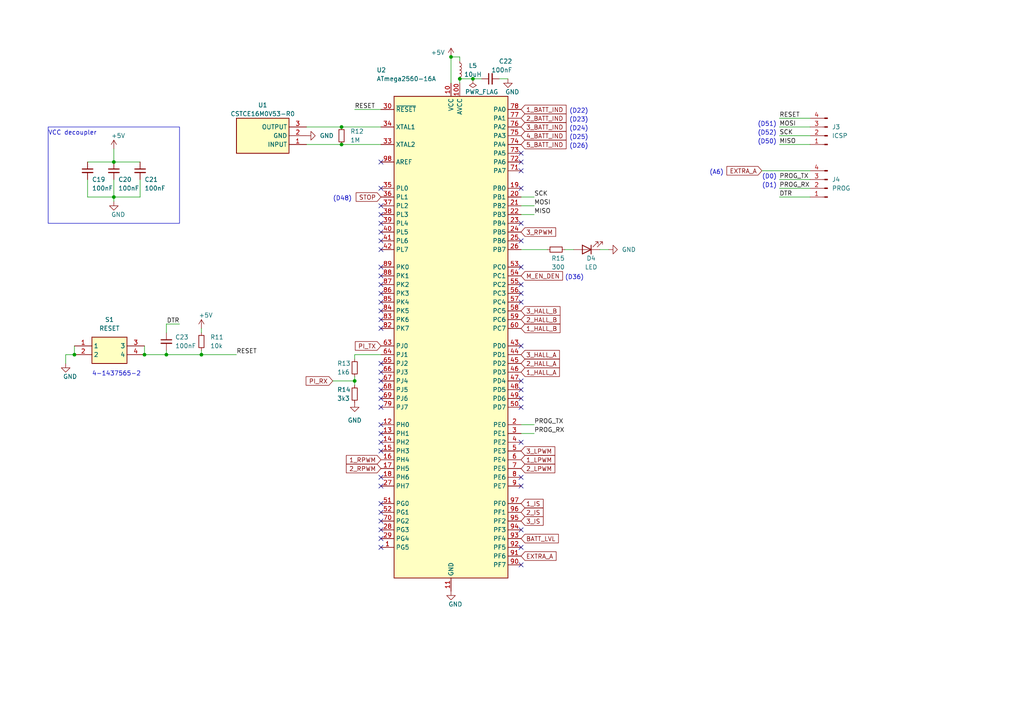
<source format=kicad_sch>
(kicad_sch (version 20230121) (generator eeschema)
  (paper "A4")
  (title_block (title "RBC by UGS") (date "2023-09-06") (rev "2.0"))
  (lib_symbols
    (symbol "Connector:Conn_01x04_Pin" (pin_names (offset 1.016) hide)
      (property "Reference" "J" (at 0 5.08 0))
      (property "Value" "Conn_01x04_Pin" (at 0 -7.62 0))
      (symbol "Conn_01x04_Pin_1_1"
        (polyline (pts (xy 1.27 -5.08) (xy 0.8636 -5.08)) (stroke (width 0.1524)))
        (polyline (pts (xy 1.27 -2.54) (xy 0.8636 -2.54)) (stroke (width 0.1524)))
        (polyline (pts (xy 1.27 0) (xy 0.8636 0)) (stroke (width 0.1524)))
        (polyline (pts (xy 1.27 2.54) (xy 0.8636 2.54)) (stroke (width 0.1524)))
        (rectangle (start 0.8636 -4.953) (end 0 -5.207) (stroke (width 0.1524)) (fill (type outline)))
        (rectangle (start 0.8636 -2.413) (end 0 -2.667) (stroke (width 0.1524)) (fill (type outline)))
        (rectangle (start 0.8636 0.127) (end 0 -0.127) (stroke (width 0.1524)) (fill (type outline)))
        (rectangle (start 0.8636 2.667) (end 0 2.413) (stroke (width 0.1524)) (fill (type outline)))
        (pin passive line (at 5.08 2.54 180) (length 3.81) (name "Pin_1") (number "1"))
        (pin passive line (at 5.08 0 180) (length 3.81) (name "Pin_2") (number "2"))
        (pin passive line (at 5.08 -2.54 180) (length 3.81) (name "Pin_3") (number "3"))
        (pin passive line (at 5.08 -5.08 180) (length 3.81) (name "Pin_4") (number "4"))
      )
    )
    (symbol "Device:C_Small" (pin_numbers hide) (pin_names (offset 0.254) hide)
      (property "Reference" "C" (at 0.254 1.778 0))
      (property "Value" "C_Small" (at 0.254 -2.032 0))
      (symbol "C_Small_0_1"
        (polyline (pts (xy -1.524 -0.508) (xy 1.524 -0.508)) (stroke (width 0.3302)))
        (polyline (pts (xy -1.524 0.508) (xy 1.524 0.508)) (stroke (width 0.3048)))
      )
      (symbol "C_Small_1_1"
        (pin passive line (at 0 2.54 270) (length 2.032) (name "~") (number "1"))
        (pin passive line (at 0 -2.54 90) (length 2.032) (name "~") (number "2"))
      )
    )
    (symbol "Device:LED" (pin_numbers hide) (pin_names (offset 1.016) hide)
      (property "Reference" "D" (at 0 2.54 0))
      (property "Value" "LED" (at 0 -2.54 0))
      (symbol "LED_0_1"
        (polyline (pts (xy -1.27 -1.27) (xy -1.27 1.27)) (stroke (width 0.254)))
        (polyline (pts (xy -1.27 0) (xy 1.27 0)))
        (polyline (pts (xy 1.27 -1.27) (xy 1.27 1.27) (xy -1.27 0) (xy 1.27 -1.27)) (stroke (width 0.254)))
        (polyline (pts (xy -3.048 -0.762) (xy -4.572 -2.286) (xy -3.81 -2.286) (xy -4.572 -2.286) (xy -4.572 -1.524)))
        (polyline (pts (xy -1.778 -0.762) (xy -3.302 -2.286) (xy -2.54 -2.286) (xy -3.302 -2.286) (xy -3.302 -1.524)))
      )
      (symbol "LED_1_1"
        (pin passive line (at -3.81 0 0) (length 2.54) (name "K") (number "1"))
        (pin passive line (at 3.81 0 180) (length 2.54) (name "A") (number "2"))
      )
    )
    (symbol "Device:L_Small" (pin_numbers hide) (pin_names (offset 0.254) hide)
      (property "Reference" "L" (at 0.762 1.016 0))
      (property "Value" "L_Small" (at 0.762 -1.016 0))
      (symbol "L_Small_0_1"
        (arc (start 0 -2.032) (mid 0.5058 -1.524) (end 0 -1.016))
        (arc (start 0 -1.016) (mid 0.5058 -0.508) (end 0 0))
        (arc (start 0 0) (mid 0.5058 0.508) (end 0 1.016))
        (arc (start 0 1.016) (mid 0.5058 1.524) (end 0 2.032))
      )
      (symbol "L_Small_1_1"
        (pin passive line (at 0 2.54 270) (length 0.508) (name "~") (number "1"))
        (pin passive line (at 0 -2.54 90) (length 0.508) (name "~") (number "2"))
      )
    )
    (symbol "Device:R_Small" (pin_numbers hide) (pin_names (offset 0.254) hide)
      (property "Reference" "R" (at 0.762 0.508 0))
      (property "Value" "R_Small" (at 0.762 -1.016 0))
      (symbol "R_Small_0_1"
        (rectangle (start -0.762 1.778) (end 0.762 -1.778) (stroke (width 0.2032)))
      )
      (symbol "R_Small_1_1"
        (pin passive line (at 0 2.54 270) (length 0.762) (name "~") (number "1"))
        (pin passive line (at 0 -2.54 90) (length 0.762) (name "~") (number "2"))
      )
    )
    (symbol "MCU_Microchip_ATmega:ATmega2560-16A"
      (property "Reference" "U" (at 0 1.27 0))
      (property "Value" "ATmega2560-16A" (at 0 -1.27 0))
      (symbol "ATmega2560-16A_0_1"
        (rectangle (start -16.51 -69.85) (end 16.51 69.85) (stroke (width 0.254)) (fill (type background)))
      )
      (symbol "ATmega2560-16A_1_1"
        (pin bidirectional line (at -20.32 -60.96 0) (length 3.81) (name "PG5") (number "1"))
        (pin power_in line (at 0 73.66 270) (length 3.81) (name "VCC") (number "10"))
        (pin power_in line (at 2.54 73.66 270) (length 3.81) (name "AVCC") (number "100"))
        (pin power_in line (at 0 -73.66 90) (length 3.81) (name "GND") (number "11"))
        (pin bidirectional line (at -20.32 -25.4 0) (length 3.81) (name "PH0") (number "12"))
        (pin bidirectional line (at -20.32 -27.94 0) (length 3.81) (name "PH1") (number "13"))
        (pin bidirectional line (at -20.32 -30.48 0) (length 3.81) (name "PH2") (number "14"))
        (pin bidirectional line (at -20.32 -33.02 0) (length 3.81) (name "PH3") (number "15"))
        (pin bidirectional line (at -20.32 -35.56 0) (length 3.81) (name "PH4") (number "16"))
        (pin bidirectional line (at -20.32 -38.1 0) (length 3.81) (name "PH5") (number "17"))
        (pin bidirectional line (at -20.32 -40.64 0) (length 3.81) (name "PH6") (number "18"))
        (pin bidirectional line (at 20.32 43.18 180) (length 3.81) (name "PB0") (number "19"))
        (pin bidirectional line (at 20.32 -25.4 180) (length 3.81) (name "PE0") (number "2"))
        (pin bidirectional line (at 20.32 40.64 180) (length 3.81) (name "PB1") (number "20"))
        (pin bidirectional line (at 20.32 38.1 180) (length 3.81) (name "PB2") (number "21"))
        (pin bidirectional line (at 20.32 35.56 180) (length 3.81) (name "PB3") (number "22"))
        (pin bidirectional line (at 20.32 33.02 180) (length 3.81) (name "PB4") (number "23"))
        (pin bidirectional line (at 20.32 30.48 180) (length 3.81) (name "PB5") (number "24"))
        (pin bidirectional line (at 20.32 27.94 180) (length 3.81) (name "PB6") (number "25"))
        (pin bidirectional line (at 20.32 25.4 180) (length 3.81) (name "PB7") (number "26"))
        (pin bidirectional line (at -20.32 -43.18 0) (length 3.81) (name "PH7") (number "27"))
        (pin bidirectional line (at -20.32 -55.88 0) (length 3.81) (name "PG3") (number "28"))
        (pin bidirectional line (at -20.32 -58.42 0) (length 3.81) (name "PG4") (number "29"))
        (pin bidirectional line (at 20.32 -27.94 180) (length 3.81) (name "PE1") (number "3"))
        (pin input line (at -20.32 66.04 0) (length 3.81) (name "~{RESET}") (number "30"))
        (pin passive line (at 0 73.66 270) (length 3.81) hide (name "VCC") (number "31"))
        (pin passive line (at 0 -73.66 90) (length 3.81) hide (name "GND") (number "32"))
        (pin output line (at -20.32 55.88 0) (length 3.81) (name "XTAL2") (number "33"))
        (pin input line (at -20.32 60.96 0) (length 3.81) (name "XTAL1") (number "34"))
        (pin bidirectional line (at -20.32 43.18 0) (length 3.81) (name "PL0") (number "35"))
        (pin bidirectional line (at -20.32 40.64 0) (length 3.81) (name "PL1") (number "36"))
        (pin bidirectional line (at -20.32 38.1 0) (length 3.81) (name "PL2") (number "37"))
        (pin bidirectional line (at -20.32 35.56 0) (length 3.81) (name "PL3") (number "38"))
        (pin bidirectional line (at -20.32 33.02 0) (length 3.81) (name "PL4") (number "39"))
        (pin bidirectional line (at 20.32 -30.48 180) (length 3.81) (name "PE2") (number "4"))
        (pin bidirectional line (at -20.32 30.48 0) (length 3.81) (name "PL5") (number "40"))
        (pin bidirectional line (at -20.32 27.94 0) (length 3.81) (name "PL6") (number "41"))
        (pin bidirectional line (at -20.32 25.4 0) (length 3.81) (name "PL7") (number "42"))
        (pin bidirectional line (at 20.32 -2.54 180) (length 3.81) (name "PD0") (number "43"))
        (pin bidirectional line (at 20.32 -5.08 180) (length 3.81) (name "PD1") (number "44"))
        (pin bidirectional line (at 20.32 -7.62 180) (length 3.81) (name "PD2") (number "45"))
        (pin bidirectional line (at 20.32 -10.16 180) (length 3.81) (name "PD3") (number "46"))
        (pin bidirectional line (at 20.32 -12.7 180) (length 3.81) (name "PD4") (number "47"))
        (pin bidirectional line (at 20.32 -15.24 180) (length 3.81) (name "PD5") (number "48"))
        (pin bidirectional line (at 20.32 -17.78 180) (length 3.81) (name "PD6") (number "49"))
        (pin bidirectional line (at 20.32 -33.02 180) (length 3.81) (name "PE3") (number "5"))
        (pin bidirectional line (at 20.32 -20.32 180) (length 3.81) (name "PD7") (number "50"))
        (pin bidirectional line (at -20.32 -48.26 0) (length 3.81) (name "PG0") (number "51"))
        (pin bidirectional line (at -20.32 -50.8 0) (length 3.81) (name "PG1") (number "52"))
        (pin bidirectional line (at 20.32 20.32 180) (length 3.81) (name "PC0") (number "53"))
        (pin bidirectional line (at 20.32 17.78 180) (length 3.81) (name "PC1") (number "54"))
        (pin bidirectional line (at 20.32 15.24 180) (length 3.81) (name "PC2") (number "55"))
        (pin bidirectional line (at 20.32 12.7 180) (length 3.81) (name "PC3") (number "56"))
        (pin bidirectional line (at 20.32 10.16 180) (length 3.81) (name "PC4") (number "57"))
        (pin bidirectional line (at 20.32 7.62 180) (length 3.81) (name "PC5") (number "58"))
        (pin bidirectional line (at 20.32 5.08 180) (length 3.81) (name "PC6") (number "59"))
        (pin bidirectional line (at 20.32 -35.56 180) (length 3.81) (name "PE4") (number "6"))
        (pin bidirectional line (at 20.32 2.54 180) (length 3.81) (name "PC7") (number "60"))
        (pin passive line (at 0 73.66 270) (length 3.81) hide (name "VCC") (number "61"))
        (pin passive line (at 0 -73.66 90) (length 3.81) hide (name "GND") (number "62"))
        (pin bidirectional line (at -20.32 -2.54 0) (length 3.81) (name "PJ0") (number "63"))
        (pin bidirectional line (at -20.32 -5.08 0) (length 3.81) (name "PJ1") (number "64"))
        (pin bidirectional line (at -20.32 -7.62 0) (length 3.81) (name "PJ2") (number "65"))
        (pin bidirectional line (at -20.32 -10.16 0) (length 3.81) (name "PJ3") (number "66"))
        (pin bidirectional line (at -20.32 -12.7 0) (length 3.81) (name "PJ4") (number "67"))
        (pin bidirectional line (at -20.32 -15.24 0) (length 3.81) (name "PJ5") (number "68"))
        (pin bidirectional line (at -20.32 -17.78 0) (length 3.81) (name "PJ6") (number "69"))
        (pin bidirectional line (at 20.32 -38.1 180) (length 3.81) (name "PE5") (number "7"))
        (pin bidirectional line (at -20.32 -53.34 0) (length 3.81) (name "PG2") (number "70"))
        (pin bidirectional line (at 20.32 48.26 180) (length 3.81) (name "PA7") (number "71"))
        (pin bidirectional line (at 20.32 50.8 180) (length 3.81) (name "PA6") (number "72"))
        (pin bidirectional line (at 20.32 53.34 180) (length 3.81) (name "PA5") (number "73"))
        (pin bidirectional line (at 20.32 55.88 180) (length 3.81) (name "PA4") (number "74"))
        (pin bidirectional line (at 20.32 58.42 180) (length 3.81) (name "PA3") (number "75"))
        (pin bidirectional line (at 20.32 60.96 180) (length 3.81) (name "PA2") (number "76"))
        (pin bidirectional line (at 20.32 63.5 180) (length 3.81) (name "PA1") (number "77"))
        (pin bidirectional line (at 20.32 66.04 180) (length 3.81) (name "PA0") (number "78"))
        (pin bidirectional line (at -20.32 -20.32 0) (length 3.81) (name "PJ7") (number "79"))
        (pin bidirectional line (at 20.32 -40.64 180) (length 3.81) (name "PE6") (number "8"))
        (pin passive line (at 0 73.66 270) (length 3.81) hide (name "VCC") (number "80"))
        (pin passive line (at 0 -73.66 90) (length 3.81) hide (name "GND") (number "81"))
        (pin bidirectional line (at -20.32 2.54 0) (length 3.81) (name "PK7") (number "82"))
        (pin bidirectional line (at -20.32 5.08 0) (length 3.81) (name "PK6") (number "83"))
        (pin bidirectional line (at -20.32 7.62 0) (length 3.81) (name "PK5") (number "84"))
        (pin bidirectional line (at -20.32 10.16 0) (length 3.81) (name "PK4") (number "85"))
        (pin bidirectional line (at -20.32 12.7 0) (length 3.81) (name "PK3") (number "86"))
        (pin bidirectional line (at -20.32 15.24 0) (length 3.81) (name "PK2") (number "87"))
        (pin bidirectional line (at -20.32 17.78 0) (length 3.81) (name "PK1") (number "88"))
        (pin bidirectional line (at -20.32 20.32 0) (length 3.81) (name "PK0") (number "89"))
        (pin bidirectional line (at 20.32 -43.18 180) (length 3.81) (name "PE7") (number "9"))
        (pin bidirectional line (at 20.32 -66.04 180) (length 3.81) (name "PF7") (number "90"))
        (pin bidirectional line (at 20.32 -63.5 180) (length 3.81) (name "PF6") (number "91"))
        (pin bidirectional line (at 20.32 -60.96 180) (length 3.81) (name "PF5") (number "92"))
        (pin bidirectional line (at 20.32 -58.42 180) (length 3.81) (name "PF4") (number "93"))
        (pin bidirectional line (at 20.32 -55.88 180) (length 3.81) (name "PF3") (number "94"))
        (pin bidirectional line (at 20.32 -53.34 180) (length 3.81) (name "PF2") (number "95"))
        (pin bidirectional line (at 20.32 -50.8 180) (length 3.81) (name "PF1") (number "96"))
        (pin bidirectional line (at 20.32 -48.26 180) (length 3.81) (name "PF0") (number "97"))
        (pin passive line (at -20.32 50.8 0) (length 3.81) (name "AREF") (number "98"))
        (pin passive line (at 0 -73.66 90) (length 3.81) hide (name "GND") (number "99"))
      )
    )
    (symbol "SamacSys_Parts:CSTNE16M0V530000R0"
      (property "Reference" "U" (at 21.59 7.62 0))
      (property "Value" "CSTNE16M0V530000R0" (at 21.59 5.08 0))
      (symbol "CSTNE16M0V530000R0_1_1"
        (rectangle (start 5.08 2.54) (end 20.32 -7.62) (stroke (width 0.254)) (fill (type background)))
        (pin passive line (at 0 0 0) (length 5.08) (name "INPUT") (number "1"))
        (pin passive line (at 0 -2.54 0) (length 5.08) (name "GND") (number "2"))
        (pin passive line (at 0 -5.08 0) (length 5.08) (name "OUTPUT") (number "3"))
      )
    )
    (symbol "SamacSys_Parts:FSM4JSMATR"
      (property "Reference" "S" (at 16.51 7.62 0))
      (property "Value" "FSM4JSMATR" (at 16.51 5.08 0))
      (symbol "FSM4JSMATR_1_1"
        (rectangle (start 5.08 2.54) (end 15.24 -5.08) (stroke (width 0.254)) (fill (type background)))
        (pin passive line (at 20.32 0 180) (length 5.08) (name "1") (number "1"))
        (pin passive line (at 20.32 -2.54 180) (length 5.08) (name "2") (number "2"))
        (pin passive line (at 0 0 0) (length 5.08) (name "3") (number "3"))
        (pin passive line (at 0 -2.54 0) (length 5.08) (name "4") (number "4"))
      )
    )
    (symbol "power:+5V" (power) (pin_names (offset 0))
      (property "Value" "+5V" (at 0 3.556 0))
      (symbol "+5V_0_1"
        (polyline (pts (xy -0.762 1.27) (xy 0 2.54)))
        (polyline (pts (xy 0 0) (xy 0 2.54)))
        (polyline (pts (xy 0 2.54) (xy 0.762 1.27)))
      )
      (symbol "+5V_1_1"
        (pin power_in line (at 0 0 90) (length 0) hide (name "+5V") (number "1"))
      )
    )
    (symbol "power:GND" (power) (pin_names (offset 0))
      (property "Value" "GND" (at 0 -3.81 0))
      (symbol "GND_0_1"
        (polyline (pts (xy 0 0) (xy 0 -1.27) (xy 1.27 -1.27) (xy 0 -2.54) (xy -1.27 -1.27) (xy 0 -1.27)))
      )
      (symbol "GND_1_1"
        (pin power_in line (at 0 0 270) (length 0) hide (name "GND") (number "1"))
      )
    )
    (symbol "power:PWR_FLAG" (power) (pin_numbers hide) (pin_names (offset 0) hide)
      (property "Value" "PWR_FLAG" (at 0 3.81 0))
      (symbol "PWR_FLAG_0_0"
        (pin power_out line (at 0 0 90) (length 0) (name "pwr") (number "1"))
      )
      (symbol "PWR_FLAG_0_1"
        (polyline (pts (xy 0 0) (xy 0 1.27) (xy -1.016 1.905) (xy 0 2.54) (xy 1.016 1.905) (xy 0 1.27)))
      )
    )
  )
  (junction (at 33.02 57.15))
  (junction (at 48.26 102.87))
  (junction (at 130.81 16.51))
  (junction (at 21.59 102.87))
  (junction (at 41.91 102.87))
  (junction (at 99.06 41.91))
  (junction (at 58.42 102.87))
  (junction (at 33.02 46.99))
  (junction (at 99.06 36.83))
  (junction (at 102.87 110.49))
  (junction (at 133.35 22.86))
  (junction (at 137.16 22.86))
  (no_connect (at 151.13 100.33))
  (no_connect (at 151.13 115.57))
  (no_connect (at 110.49 107.95))
  (no_connect (at 110.49 80.01))
  (no_connect (at 110.49 118.11))
  (no_connect (at 151.13 69.85))
  (no_connect (at 110.49 110.49))
  (no_connect (at 110.49 123.19))
  (no_connect (at 151.13 158.75))
  (no_connect (at 110.49 151.13))
  (no_connect (at 151.13 49.53))
  (no_connect (at 151.13 110.49))
  (no_connect (at 110.49 156.21))
  (no_connect (at 110.49 125.73))
  (no_connect (at 110.49 148.59))
  (no_connect (at 151.13 87.63))
  (no_connect (at 110.49 69.85))
  (no_connect (at 110.49 87.63))
  (no_connect (at 110.49 113.03))
  (no_connect (at 110.49 140.97))
  (no_connect (at 151.13 138.43))
  (no_connect (at 110.49 95.25))
  (no_connect (at 151.13 54.61))
  (no_connect (at 110.49 146.05))
  (no_connect (at 110.49 128.27))
  (no_connect (at 151.13 46.99))
  (no_connect (at 110.49 54.61))
  (no_connect (at 110.49 85.09))
  (no_connect (at 151.13 153.67))
  (no_connect (at 151.13 77.47))
  (no_connect (at 110.49 130.81))
  (no_connect (at 110.49 92.71))
  (no_connect (at 151.13 140.97))
  (no_connect (at 110.49 62.23))
  (no_connect (at 151.13 64.77))
  (no_connect (at 110.49 138.43))
  (no_connect (at 151.13 44.45))
  (no_connect (at 110.49 64.77))
  (no_connect (at 110.49 158.75))
  (no_connect (at 110.49 115.57))
  (no_connect (at 110.49 59.69))
  (no_connect (at 110.49 153.67))
  (no_connect (at 151.13 128.27))
  (no_connect (at 151.13 85.09))
  (no_connect (at 110.49 72.39))
  (no_connect (at 110.49 46.99))
  (no_connect (at 110.49 67.31))
  (no_connect (at 151.13 163.83))
  (no_connect (at 151.13 82.55))
  (no_connect (at 110.49 90.17))
  (no_connect (at 151.13 118.11))
  (no_connect (at 151.13 113.03))
  (no_connect (at 110.49 77.47))
  (no_connect (at 110.49 105.41))
  (no_connect (at 110.49 82.55))
  (wire (pts (xy 226.06 34.29) (xy 234.95 34.29)))
  (wire (pts (xy 96.52 110.49) (xy 102.87 110.49)))
  (wire (pts (xy 33.02 58.42) (xy 33.02 57.15)))
  (wire (pts (xy 41.91 102.87) (xy 48.26 102.87)))
  (wire (pts (xy 48.26 101.6) (xy 48.26 102.87)))
  (wire (pts (xy 102.87 109.22) (xy 102.87 110.49)))
  (wire (pts (xy 102.87 110.49) (xy 102.87 111.76)))
  (wire (pts (xy 102.87 31.75) (xy 110.49 31.75)))
  (wire (pts (xy 151.13 57.15) (xy 154.94 57.15)))
  (wire (pts (xy 21.59 100.33) (xy 21.59 102.87)))
  (wire (pts (xy 220.98 49.53) (xy 234.95 49.53)))
  (wire (pts (xy 40.64 52.07) (xy 40.64 57.15)))
  (wire (pts (xy 151.13 72.39) (xy 158.75 72.39)))
  (wire (pts (xy 58.42 101.6) (xy 58.42 102.87)))
  (wire (pts (xy 144.78 22.86) (xy 147.32 22.86)))
  (wire (pts (xy 226.06 57.15) (xy 234.95 57.15)))
  (wire (pts (xy 102.87 102.87) (xy 110.49 102.87)))
  (wire (pts (xy 58.42 102.87) (xy 68.58 102.87)))
  (wire (pts (xy 151.13 123.19) (xy 154.94 123.19)))
  (wire (pts (xy 33.02 57.15) (xy 33.02 52.07)))
  (wire (pts (xy 226.06 41.91) (xy 234.95 41.91)))
  (wire (pts (xy 33.02 43.18) (xy 33.02 46.99)))
  (wire (pts (xy 102.87 102.87) (xy 102.87 104.14)))
  (wire (pts (xy 19.05 102.87) (xy 21.59 102.87)))
  (wire (pts (xy 48.26 102.87) (xy 58.42 102.87)))
  (wire (pts (xy 151.13 125.73) (xy 154.94 125.73)))
  (wire (pts (xy 151.13 62.23) (xy 154.94 62.23)))
  (wire (pts (xy 48.26 93.98) (xy 48.26 96.52)))
  (wire (pts (xy 41.91 100.33) (xy 41.91 102.87)))
  (wire (pts (xy 58.42 95.25) (xy 58.42 96.52)))
  (wire (pts (xy 163.83 72.39) (xy 166.37 72.39)))
  (wire (pts (xy 25.4 57.15) (xy 33.02 57.15)))
  (wire (pts (xy 88.9 41.91) (xy 99.06 41.91)))
  (wire (pts (xy 99.06 41.91) (xy 110.49 41.91)))
  (wire (pts (xy 33.02 46.99) (xy 40.64 46.99)))
  (wire (pts (xy 151.13 59.69) (xy 154.94 59.69)))
  (wire (pts (xy 133.35 16.51) (xy 133.35 17.78)))
  (wire (pts (xy 130.81 16.51) (xy 130.81 24.13)))
  (wire (pts (xy 226.06 54.61) (xy 234.95 54.61)))
  (wire (pts (xy 173.99 72.39) (xy 176.53 72.39)))
  (wire (pts (xy 52.07 93.98) (xy 48.26 93.98)))
  (wire (pts (xy 226.06 39.37) (xy 234.95 39.37)))
  (wire (pts (xy 19.05 102.87) (xy 19.05 105.41)))
  (wire (pts (xy 33.02 57.15) (xy 40.64 57.15)))
  (wire (pts (xy 137.16 22.86) (xy 139.7 22.86)))
  (wire (pts (xy 99.06 36.83) (xy 110.49 36.83)))
  (wire (pts (xy 130.81 16.51) (xy 133.35 16.51)))
  (wire (pts (xy 226.06 52.07) (xy 234.95 52.07)))
  (wire (pts (xy 88.9 36.83) (xy 99.06 36.83)))
  (wire (pts (xy 25.4 46.99) (xy 33.02 46.99)))
  (wire (pts (xy 133.35 22.86) (xy 137.16 22.86)))
  (wire (pts (xy 226.06 36.83) (xy 234.95 36.83)))
  (wire (pts (xy 133.35 22.86) (xy 133.35 24.13)))
  (wire (pts (xy 25.4 52.07) (xy 25.4 57.15)))
  (rectangle (start 13.97 36.83) (end 52.07 64.77))
  (text "(D52)" (at 219.71 39.37 0) (effects (font (size 1.27 1.27)) (justify left bottom)))
  (text "(D22)" (at 165.1 33.02 0) (effects (font (size 1.27 1.27)) (justify left bottom)))
  (text "(D23)" (at 165.1 35.56 0) (effects (font (size 1.27 1.27)) (justify left bottom)))
  (text "(D36)" (at 163.83 81.28 0) (effects (font (size 1.27 1.27)) (justify left bottom)))
  (text "(D25)" (at 165.1 40.64 0) (effects (font (size 1.27 1.27)) (justify left bottom)))
  (text "(D26)" (at 165.1 43.18 0) (effects (font (size 1.27 1.27)) (justify left bottom)))
  (text "(D51)" (at 219.71 36.83 0) (effects (font (size 1.27 1.27)) (justify left bottom)))
  (text "(D48)" (at 96.52 58.42 0) (effects (font (size 1.27 1.27)) (justify left bottom)))
  (text "VCC decoupler" (at 13.97 39.37 0) (effects (font (size 1.27 1.27)) (justify left bottom)))
  (text "(D0)" (at 220.98 52.07 0) (effects (font (size 1.27 1.27)) (justify left bottom)))
  (text "(D1)" (at 220.98 54.61 0) (effects (font (size 1.27 1.27)) (justify left bottom)))
  (text "(D50)" (at 219.71 41.91 0) (effects (font (size 1.27 1.27)) (justify left bottom)))
  (text "(A6)" (at 205.74 50.8 0) (effects (font (size 1.27 1.27)) (justify left bottom)))
  (text "4-1437565-2" (at 26.67 109.22 0) (effects (font (size 1.27 1.27)) (justify left bottom)))
  (text "(D24)" (at 165.1 38.1 0) (effects (font (size 1.27 1.27)) (justify left bottom)))
  (label "MISO" (at 226.06 41.91 0))
  (label "SCK" (at 226.06 39.37 0))
  (label "PROG_TX" (at 154.94 123.19 0))
  (label "RESET" (at 226.06 34.29 0))
  (label "RESET" (at 102.87 31.75 0))
  (label "DTR" (at 52.07 93.98 180))
  (label "RESET" (at 68.58 102.87 0))
  (label "PROG_RX" (at 154.94 125.73 0))
  (label "PROG_TX" (at 226.06 52.07 0))
  (label "DTR" (at 226.06 57.15 0))
  (label "MOSI" (at 226.06 36.83 0))
  (label "PROG_RX" (at 226.06 54.61 0))
  (label "MOSI" (at 154.94 59.69 0))
  (label "SCK" (at 154.94 57.15 0))
  (label "MISO" (at 154.94 62.23 0))
  (global_label "3_LPWM" (shape input) (at 151.13 130.81 0) (property "Intersheetrefs" "${INTERSHEET_REFS}" (effects hide)))
  (global_label "1_IS" (shape input) (at 151.13 146.05 0) (property "Intersheetrefs" "${INTERSHEET_REFS}" (effects hide)))
  (global_label "2_LPWM" (shape input) (at 151.13 135.89 0) (property "Intersheetrefs" "${INTERSHEET_REFS}" (effects hide)))
  (global_label "1_HALL_A" (shape input) (at 151.13 107.95 0) (property "Intersheetrefs" "${INTERSHEET_REFS}" (effects hide)))
  (global_label "M_EN_DEN" (shape input) (at 151.13 80.01 0) (property "Intersheetrefs" "${INTERSHEET_REFS}" (effects hide)))
  (global_label "2_IS" (shape input) (at 151.13 148.59 0) (property "Intersheetrefs" "${INTERSHEET_REFS}" (effects hide)))
  (global_label "2_HALL_A" (shape input) (at 151.13 105.41 0) (property "Intersheetrefs" "${INTERSHEET_REFS}" (effects hide)))
  (global_label "3_BATT_IND" (shape input) (at 151.13 36.83 0) (property "Intersheetrefs" "${INTERSHEET_REFS}" (effects hide)))
  (global_label "EXTRA_A" (shape input) (at 220.98 49.53 180) (property "Intersheetrefs" "${INTERSHEET_REFS}" (effects hide)))
  (global_label "2_HALL_B" (shape input) (at 151.13 92.71 0) (property "Intersheetrefs" "${INTERSHEET_REFS}" (effects hide)))
  (global_label "1_HALL_B" (shape input) (at 151.13 95.25 0) (property "Intersheetrefs" "${INTERSHEET_REFS}" (effects hide)))
  (global_label "3_HALL_B" (shape input) (at 151.13 90.17 0) (property "Intersheetrefs" "${INTERSHEET_REFS}" (effects hide)))
  (global_label "3_HALL_A" (shape input) (at 151.13 102.87 0) (property "Intersheetrefs" "${INTERSHEET_REFS}" (effects hide)))
  (global_label "EXTRA_A" (shape input) (at 151.13 161.29 0) (property "Intersheetrefs" "${INTERSHEET_REFS}" (effects hide)))
  (global_label "1_RPWM" (shape input) (at 110.49 133.35 180) (property "Intersheetrefs" "${INTERSHEET_REFS}" (effects hide)))
  (global_label "3_RPWM" (shape input) (at 151.13 67.31 0) (property "Intersheetrefs" "${INTERSHEET_REFS}" (effects hide)))
  (global_label "4_BATT_IND" (shape input) (at 151.13 39.37 0) (property "Intersheetrefs" "${INTERSHEET_REFS}" (effects hide)))
  (global_label "1_LPWM" (shape input) (at 151.13 133.35 0) (property "Intersheetrefs" "${INTERSHEET_REFS}" (effects hide)))
  (global_label "STOP" (shape input) (at 110.49 57.15 180) (property "Intersheetrefs" "${INTERSHEET_REFS}" (effects hide)))
  (global_label "2_RPWM" (shape input) (at 110.49 135.89 180) (property "Intersheetrefs" "${INTERSHEET_REFS}" (effects hide)))
  (global_label "5_BATT_IND" (shape input) (at 151.13 41.91 0) (property "Intersheetrefs" "${INTERSHEET_REFS}" (effects hide)))
  (global_label "3_IS" (shape input) (at 151.13 151.13 0) (property "Intersheetrefs" "${INTERSHEET_REFS}" (effects hide)))
  (global_label "1_BATT_IND" (shape input) (at 151.13 31.75 0) (property "Intersheetrefs" "${INTERSHEET_REFS}" (effects hide)))
  (global_label "2_BATT_IND" (shape input) (at 151.13 34.29 0) (property "Intersheetrefs" "${INTERSHEET_REFS}" (effects hide)))
  (global_label "PI_TX" (shape input) (at 110.49 100.33 180) (property "Intersheetrefs" "${INTERSHEET_REFS}" (effects hide)))
  (global_label "BATT_LVL" (shape input) (at 151.13 156.21 0) (property "Intersheetrefs" "${INTERSHEET_REFS}" (effects hide)))
  (global_label "PI_RX" (shape input) (at 96.52 110.49 180) (property "Intersheetrefs" "${INTERSHEET_REFS}" (effects hide)))
  (symbol (lib_id "Device:R_Small") (at 99.06 39.37 0) (unit 1)
    (property "Reference" "R12" (at 101.6 38.1 0) (effects (justify left)))
    (property "Value" "1M" (at 101.6 40.64 0) (effects (justify left)))
    (property "Footprint" "Resistor_SMD:R_0402_1005Metric" (effects hide))
  )
  (symbol (lib_id "power:+5V") (at 33.02 43.18 0) (unit 1)
    (property "Reference" "#PWR?" (effects hide))
    (property "Value" "+5V" (at 34.29 39.37 0))
    (instances (project "rbc_circuits" (path "" (reference "#PWR?") (unit 1)) (path "" (reference "#PWR026") (unit 1))))
  )
  (symbol (lib_id "power:+5V") (at 130.81 16.51 0) (unit 1)
    (property "Reference" "#PWR?" (effects hide))
    (property "Value" "+5V" (at 127 15.24 0))
    (instances (project "rbc_circuits" (path "" (reference "#PWR?") (unit 1)) (path "" (reference "#PWR032") (unit 1))))
  )
  (symbol (lib_id "Device:C_Small") (at 142.24 22.86 90) (unit 1)
    (property "Reference" "C22" (at 148.59 17.78 90) (effects (justify left)))
    (property "Value" "100nF" (at 148.59 20.32 90) (effects (justify left)))
    (property "Footprint" "Capacitor_SMD:C_0402_1005Metric" (effects hide))
  )
  (symbol (lib_id "power:PWR_FLAG") (at 137.16 22.86 180) (unit 1)
    (property "Reference" "#FLG04" (effects hide))
    (property "Value" "PWR_FLAG" (at 139.7 26.67 0))
    (instances (project "rbc_circuits" (path "" (reference "#FLG04") (unit 1)) (path "" (reference "#FLG08") (unit 1))))
  )
  (symbol (lib_id "Device:LED") (at 170.18 72.39 180) (unit 1)
    (property "Reference" "D4" (at 171.45 74.93 0))
    (property "Value" "LED" (at 171.45 77.47 0))
    (property "Footprint" "Diode_SMD:D_0805_2012Metric" (effects hide))
    (property "Part No." "NCD0805Y1" (effects hide))
  )
  (symbol (lib_id "Device:C_Small") (at 33.02 49.53 0) (unit 1)
    (property "Reference" "C20" (at 34.29 52.07 0) (effects (justify left)))
    (property "Value" "100nF" (at 34.29 54.61 0) (effects (justify left)))
    (property "Footprint" "Capacitor_SMD:C_0402_1005Metric" (effects hide))
  )
  (symbol (lib_id "Connector:Conn_01x04_Pin") (at 240.03 39.37 180) (unit 1)
    (property "Reference" "J3" (at 241.3 36.83 0) (effects (justify right)))
    (property "Value" "ICSP" (at 241.3 39.37 0) (effects (justify right)))
    (property "Footprint" "Connector_PinHeader_2.54mm:PinHeader_2x02_P2.54mm_Vertical" (effects hide))
  )
  (symbol (lib_id "power:GND") (at 176.53 72.39 90) (unit 1)
    (property "Reference" "#PWR?" (effects hide))
    (property "Value" "GND" (at 180.34 72.39 90) (effects (justify right)))
    (instances (project "rbc_circuits" (path "" (reference "#PWR?") (unit 1)) (path "" (reference "#PWR034") (unit 1))))
  )
  (symbol (lib_id "Device:C_Small") (at 25.4 49.53 0) (unit 1)
    (property "Reference" "C19" (at 26.67 52.07 0) (effects (justify left)))
    (property "Value" "100nF" (at 26.67 54.61 0) (effects (justify left)))
    (property "Footprint" "Capacitor_SMD:C_0402_1005Metric" (effects hide))
  )
  (symbol (lib_id "Device:R_Small") (at 102.87 114.3 0) (unit 1)
    (property "Reference" "R14" (at 97.79 113.03 0) (effects (justify left)))
    (property "Value" "3k3" (at 97.79 115.57 0) (effects (justify left)))
    (property "Footprint" "Resistor_SMD:R_1206_3216Metric_Pad1.30x1.75mm_HandSolder" (effects hide))
  )
  (symbol (lib_id "Device:R_Small") (at 161.29 72.39 90) (unit 1)
    (property "Reference" "R15" (at 163.83 74.93 90) (effects (justify left)))
    (property "Value" "300" (at 163.83 77.47 90) (effects (justify left)))
    (property "Footprint" "Resistor_SMD:R_0603_1608Metric_Pad0.98x0.95mm_HandSolder" (effects hide))
    (property "Part No." "CR0603-FX-3000ELF" (effects hide))
  )
  (symbol (lib_id "Device:R_Small") (at 58.42 99.06 0) (unit 1)
    (property "Reference" "R11" (at 60.96 97.79 0) (effects (justify left)))
    (property "Value" "10k" (at 60.96 100.33 0) (effects (justify left)))
    (property "Footprint" "Resistor_SMD:R_0402_1005Metric" (effects hide))
    (property "Part No." "AC0402FR-0710KL" (effects hide))
  )
  (symbol (lib_id "power:+5V") (at 58.42 95.25 0) (unit 1)
    (property "Reference" "#PWR?" (effects hide))
    (property "Value" "+5V" (at 59.69 91.44 0))
    (instances (project "rbc_circuits" (path "" (reference "#PWR?") (unit 1)) (path "" (reference "#PWR029") (unit 1))))
  )
  (symbol (lib_id "power:GND") (at 19.05 105.41 0) (unit 1)
    (property "Reference" "#PWR?" (effects hide))
    (property "Value" "GND" (at 20.32 109.22 0))
    (instances (project "rbc_circuits" (path "" (reference "#PWR?") (unit 1)) (path "" (reference "#PWR025") (unit 1))))
  )
  (symbol (lib_id "power:GND") (at 33.02 58.42 0) (unit 1)
    (property "Reference" "#PWR?" (effects hide))
    (property "Value" "GND" (at 34.29 62.23 0))
    (instances (project "rbc_circuits" (path "" (reference "#PWR?") (unit 1)) (path "" (reference "#PWR027") (unit 1))))
  )
  (symbol (lib_id "SamacSys_Parts:CSTNE16M0V530000R0") (at 88.9 41.91 180) (unit 1)
    (property "Reference" "U1" (at 76.2 30.48 0))
    (property "Value" "CSTCE16M0V53-R0" (at 76.2 33.02 0))
    (property "Footprint" "SamacSys_Parts:CSTCE16M0V53R0" (effects hide))
    (property "Datasheet" "https://www.murata.com/en-eu/products/productdata/8801162231838/SPEC-CSTNE16M0V530000R0.pdf?1519875007000" (effects hide))
    (property "Height" "1" (effects hide))
    (property "Mouser Part Number" "81-CSTNE16M0V530000R" (effects hide))
    (property "Mouser Price/Stock" "https://www.mouser.co.uk/ProductDetail/Murata-Electronics/CSTNE16M0V530000R0?qs=y6ZabgHbY%252BzQcQICtMt%2F3w%3D%3D" (effects hide))
    (property "Manufacturer_Name" "Murata Electronics" (effects hide))
    (property "Manufacturer_Part_Number" "CSTNE16M0V530000R0" (effects hide))
  )
  (symbol (lib_id "power:GND") (at 102.87 116.84 0) (unit 1)
    (property "Reference" "#PWR031" (effects hide))
    (property "Value" "GND" (at 102.87 121.92 0))
  )
  (symbol (lib_id "power:GND") (at 147.32 22.86 0) (unit 1)
    (property "Reference" "#PWR?" (effects hide))
    (property "Value" "GND" (at 148.59 26.67 0))
    (instances (project "rbc_circuits" (path "" (reference "#PWR?") (unit 1)) (path "" (reference "#PWR024") (unit 1))))
  )
  (symbol (lib_id "Device:C_Small") (at 40.64 49.53 0) (unit 1)
    (property "Reference" "C21" (at 41.91 52.07 0) (effects (justify left)))
    (property "Value" "100nF" (at 41.91 54.61 0) (effects (justify left)))
    (property "Footprint" "Capacitor_SMD:C_0402_1005Metric" (effects hide))
  )
  (symbol (lib_id "Device:R_Small") (at 102.87 106.68 0) (unit 1)
    (property "Reference" "R13" (at 97.79 105.41 0) (effects (justify left)))
    (property "Value" "1k6" (at 97.79 107.95 0) (effects (justify left)))
    (property "Footprint" "Resistor_SMD:R_0805_2012Metric_Pad1.20x1.40mm_HandSolder" (effects hide))
  )
  (symbol (lib_id "power:GND") (at 88.9 39.37 90) (unit 1)
    (property "Reference" "#PWR?" (effects hide))
    (property "Value" "GND" (at 92.71 39.37 90) (effects (justify right)))
    (instances (project "rbc_circuits" (path "" (reference "#PWR?") (unit 1)) (path "" (reference "#PWR030") (unit 1))))
  )
  (symbol (lib_id "Device:C_Small") (at 48.26 99.06 0) (unit 1)
    (property "Reference" "C23" (at 50.8 97.79 0) (effects (justify left)))
    (property "Value" "100nF" (at 50.8 100.33 0) (effects (justify left)))
    (property "Footprint" "Capacitor_SMD:C_0402_1005Metric" (effects hide))
  )
  (symbol (lib_id "power:GND") (at 130.81 171.45 0) (unit 1)
    (property "Reference" "#PWR?" (effects hide))
    (property "Value" "GND" (at 132.08 175.26 0))
    (instances (project "rbc_circuits" (path "" (reference "#PWR?") (unit 1)) (path "" (reference "#PWR033") (unit 1))))
  )
  (symbol (lib_id "Device:L_Small") (at 133.35 20.32 0) (unit 1)
    (property "Reference" "L5" (at 137.16 19.05 0))
    (property "Value" "10uH" (at 137.16 21.59 0))
    (property "Footprint" "Inductor_SMD:L_0805_2012Metric" (effects hide))
    (property "Part No." "MLZ2012M100HT000" (effects hide))
  )
  (symbol (lib_id "SamacSys_Parts:FSM4JSMATR") (at 41.91 100.33 0) (mirror y) (unit 1)
    (property "Reference" "S1" (at 31.75 92.71 0))
    (property "Value" "RESET" (at 31.75 95.25 0))
    (property "Footprint" "SamacSys_Parts:FSM4JSMATR" (effects hide))
    (property "Datasheet" "https://datasheet.datasheetarchive.com/originals/distributors/Datasheets-DGA6/576850.pdf" (effects hide))
    (property "Mouser Part Number" "506-FSM4JSMATR" (effects hide))
    (property "Mouser Price/Stock" "https://www.mouser.co.uk/ProductDetail/TE-Connectivity-Alcoswitch/FSM4JSMATR?qs=wvf%252BmaPDr9OW%2FGIpfy5A8Q%3D%3D" (effects hide))
    (property "Manufacturer_Name" "TE Connectivity" (effects hide))
    (property "Manufacturer_Part_Number" "FSM4JSMATR" (effects hide))
  )
  (symbol (lib_id "Connector:Conn_01x04_Pin") (at 240.03 54.61 180) (unit 1)
    (property "Reference" "J4" (at 241.3 52.07 0) (effects (justify right)))
    (property "Value" "PROG" (at 241.3 54.61 0) (effects (justify right)))
    (property "Footprint" "Connector_PinHeader_2.54mm:PinHeader_2x02_P2.54mm_Vertical" (effects hide))
  )
  (symbol (lib_id "MCU_Microchip_ATmega:ATmega2560-16A") (at 130.81 97.79 0) (unit 1)
    (property "Reference" "U2" (at 109.22 20.32 0) (effects (justify left)))
    (property "Value" "ATmega2560-16A" (at 109.22 22.86 0) (effects (justify left)))
    (property "Footprint" "Package_QFP:TQFP-100_14x14mm_P0.5mm" (effects hide))
    (property "Datasheet" "http://ww1.microchip.com/downloads/en/DeviceDoc/Atmel-2549-8-bit-AVR-Microcontroller-ATmega640-1280-1281-2560-2561_datasheet.pdf" (effects hide))
  )
)
</source>
